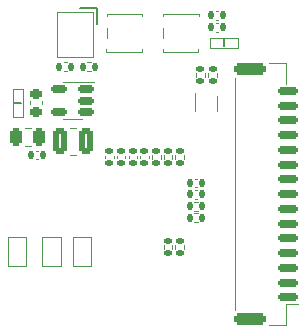
<source format=gbo>
%TF.GenerationSoftware,KiCad,Pcbnew,8.0.0-rc1*%
%TF.CreationDate,2025-03-12T12:31:09+03:00*%
%TF.ProjectId,IMX219_V2.0,494d5832-3139-45f5-9632-2e302e6b6963,rev?*%
%TF.SameCoordinates,Original*%
%TF.FileFunction,Legend,Bot*%
%TF.FilePolarity,Positive*%
%FSLAX46Y46*%
G04 Gerber Fmt 4.6, Leading zero omitted, Abs format (unit mm)*
G04 Created by KiCad (PCBNEW 8.0.0-rc1) date 2025-03-12 12:31:09*
%MOMM*%
%LPD*%
G01*
G04 APERTURE LIST*
G04 Aperture macros list*
%AMRoundRect*
0 Rectangle with rounded corners*
0 $1 Rounding radius*
0 $2 $3 $4 $5 $6 $7 $8 $9 X,Y pos of 4 corners*
0 Add a 4 corners polygon primitive as box body*
4,1,4,$2,$3,$4,$5,$6,$7,$8,$9,$2,$3,0*
0 Add four circle primitives for the rounded corners*
1,1,$1+$1,$2,$3*
1,1,$1+$1,$4,$5*
1,1,$1+$1,$6,$7*
1,1,$1+$1,$8,$9*
0 Add four rect primitives between the rounded corners*
20,1,$1+$1,$2,$3,$4,$5,0*
20,1,$1+$1,$4,$5,$6,$7,0*
20,1,$1+$1,$6,$7,$8,$9,0*
20,1,$1+$1,$8,$9,$2,$3,0*%
G04 Aperture macros list end*
%ADD10C,0.200000*%
%ADD11C,0.100000*%
%ADD12C,0.120000*%
%ADD13R,1.200000X1.400000*%
%ADD14C,4.300000*%
%ADD15C,3.600000*%
%ADD16C,0.700000*%
%ADD17R,0.850000X0.850000*%
%ADD18O,0.850000X0.850000*%
%ADD19RoundRect,0.140000X-0.170000X0.140000X-0.170000X-0.140000X0.170000X-0.140000X0.170000X0.140000X0*%
%ADD20RoundRect,0.140000X0.140000X0.170000X-0.140000X0.170000X-0.140000X-0.170000X0.140000X-0.170000X0*%
%ADD21R,0.300000X0.700000*%
%ADD22RoundRect,0.250000X0.250000X0.475000X-0.250000X0.475000X-0.250000X-0.475000X0.250000X-0.475000X0*%
%ADD23R,0.340000X0.700000*%
%ADD24R,0.700000X0.750000*%
%ADD25RoundRect,0.135000X0.185000X-0.135000X0.185000X0.135000X-0.185000X0.135000X-0.185000X-0.135000X0*%
%ADD26RoundRect,0.140000X-0.140000X-0.170000X0.140000X-0.170000X0.140000X0.170000X-0.140000X0.170000X0*%
%ADD27RoundRect,0.135000X-0.135000X-0.185000X0.135000X-0.185000X0.135000X0.185000X-0.135000X0.185000X0*%
%ADD28RoundRect,0.135000X-0.185000X0.135000X-0.185000X-0.135000X0.185000X-0.135000X0.185000X0.135000X0*%
%ADD29R,1.050000X0.600000*%
%ADD30RoundRect,0.150000X0.512500X0.150000X-0.512500X0.150000X-0.512500X-0.150000X0.512500X-0.150000X0*%
%ADD31RoundRect,0.140000X0.170000X-0.140000X0.170000X0.140000X-0.170000X0.140000X-0.170000X-0.140000X0*%
%ADD32RoundRect,0.250000X0.375000X0.850000X-0.375000X0.850000X-0.375000X-0.850000X0.375000X-0.850000X0*%
%ADD33RoundRect,0.150000X0.700000X-0.150000X0.700000X0.150000X-0.700000X0.150000X-0.700000X-0.150000X0*%
%ADD34RoundRect,0.250000X1.100000X-0.250000X1.100000X0.250000X-1.100000X0.250000X-1.100000X-0.250000X0*%
%ADD35R,0.750000X0.700000*%
%ADD36RoundRect,0.225000X0.250000X-0.225000X0.250000X0.225000X-0.250000X0.225000X-0.250000X-0.225000X0*%
G04 APERTURE END LIST*
D10*
X174645000Y-69615000D02*
X174645000Y-68265000D01*
X174645000Y-68265000D02*
X173225000Y-68265000D01*
D11*
X174345000Y-72355000D02*
X171275000Y-72355000D01*
X171275000Y-68575000D01*
X174345000Y-68575000D01*
X174345000Y-72355000D01*
D12*
X175360000Y-80937836D02*
X175360000Y-80722164D01*
X176080000Y-80937836D02*
X176080000Y-80722164D01*
X184722164Y-68480000D02*
X184937836Y-68480000D01*
X184722164Y-69200000D02*
X184937836Y-69200000D01*
D11*
X172622303Y-87636279D02*
X174190000Y-87636279D01*
X174190000Y-90090000D01*
X172622303Y-90090000D01*
X172622303Y-87636279D01*
D12*
X168538748Y-78425000D02*
X169061252Y-78425000D01*
X168538748Y-79895000D02*
X169061252Y-79895000D01*
D11*
X170022303Y-87636279D02*
X171590000Y-87636279D01*
X171590000Y-90090000D01*
X170022303Y-90090000D01*
X170022303Y-87636279D01*
D12*
X183000000Y-76940000D02*
X183000000Y-75390000D01*
X184800000Y-75640000D02*
X184800000Y-76940000D01*
D10*
X168260000Y-76250000D02*
X167660000Y-76250000D01*
D11*
X168400000Y-77440000D02*
X167530000Y-77440000D01*
X167530000Y-75070000D01*
X168400000Y-75070000D01*
X168400000Y-77440000D01*
D12*
X180300000Y-80696359D02*
X180300000Y-81003641D01*
X181060000Y-80696359D02*
X181060000Y-81003641D01*
X183157836Y-82660000D02*
X182942164Y-82660000D01*
X183157836Y-83380000D02*
X182942164Y-83380000D01*
X184722164Y-69510000D02*
X184937836Y-69510000D01*
X184722164Y-70230000D02*
X184937836Y-70230000D01*
X174123641Y-72830000D02*
X173816359Y-72830000D01*
X174123641Y-73590000D02*
X173816359Y-73590000D01*
X182942164Y-83640000D02*
X183157836Y-83640000D01*
X182942164Y-84360000D02*
X183157836Y-84360000D01*
X181300000Y-88633641D02*
X181300000Y-88326359D01*
X182060000Y-88633641D02*
X182060000Y-88326359D01*
X169697836Y-80330000D02*
X169482164Y-80330000D01*
X169697836Y-81050000D02*
X169482164Y-81050000D01*
D11*
X180255000Y-71730000D02*
X180255000Y-71950000D01*
X180265000Y-68930000D02*
X180265000Y-68700000D01*
X180285000Y-70725000D02*
X180285000Y-69895000D01*
X183255000Y-71700000D02*
X183255000Y-71950000D01*
X183255000Y-71950000D02*
X180255000Y-71950000D01*
X183265000Y-68700000D02*
X180265000Y-68700000D01*
X183265000Y-68930000D02*
X183265000Y-68700000D01*
D12*
X171790000Y-74500000D02*
X172590000Y-74500000D01*
X171790000Y-77620000D02*
X172590000Y-77620000D01*
X173390000Y-77620000D02*
X172590000Y-77620000D01*
X174390000Y-74500000D02*
X172590000Y-74500000D01*
X183223641Y-84610000D02*
X182916359Y-84610000D01*
X183223641Y-85370000D02*
X182916359Y-85370000D01*
X183020000Y-73756359D02*
X183020000Y-74063641D01*
X183780000Y-73756359D02*
X183780000Y-74063641D01*
X176360000Y-80722164D02*
X176360000Y-80937836D01*
X177080000Y-80722164D02*
X177080000Y-80937836D01*
X181310000Y-80696359D02*
X181310000Y-81003641D01*
X182070000Y-80696359D02*
X182070000Y-81003641D01*
X172388748Y-78410000D02*
X172911252Y-78410000D01*
X172388748Y-80630000D02*
X172911252Y-80630000D01*
X186390000Y-74140000D02*
X186390000Y-93820000D01*
X190660000Y-72870000D02*
X189210000Y-72870000D01*
X190660000Y-74670000D02*
X190660000Y-72870000D01*
X190660000Y-93290000D02*
X190660000Y-95090000D01*
X190660000Y-95090000D02*
X189210000Y-95090000D01*
X191650000Y-93290000D02*
X190660000Y-93290000D01*
D11*
X175470000Y-71730000D02*
X175470000Y-71950000D01*
X175480000Y-68930000D02*
X175480000Y-68700000D01*
X175500000Y-70725000D02*
X175500000Y-69895000D01*
X178470000Y-71700000D02*
X178470000Y-71950000D01*
X178470000Y-71950000D02*
X175470000Y-71950000D01*
X178480000Y-68700000D02*
X175480000Y-68700000D01*
X178480000Y-68930000D02*
X178480000Y-68700000D01*
D10*
X185395000Y-71470000D02*
X185395000Y-70870000D01*
D11*
X184205000Y-71610000D02*
X186575000Y-71610000D01*
X186575000Y-70740000D01*
X184205000Y-70740000D01*
X184205000Y-71610000D01*
D12*
X178330000Y-80722164D02*
X178330000Y-80937836D01*
X179050000Y-80722164D02*
X179050000Y-80937836D01*
X180300000Y-88633641D02*
X180300000Y-88326359D01*
X181060000Y-88633641D02*
X181060000Y-88326359D01*
X179300000Y-80993641D02*
X179300000Y-80686359D01*
X180060000Y-80993641D02*
X180060000Y-80686359D01*
D11*
X167122303Y-87636276D02*
X168690000Y-87636276D01*
X168690000Y-90089997D01*
X167122303Y-90089997D01*
X167122303Y-87636276D01*
D12*
X177350000Y-80937836D02*
X177350000Y-80722164D01*
X178070000Y-80937836D02*
X178070000Y-80722164D01*
X183223641Y-85610000D02*
X182916359Y-85610000D01*
X183223641Y-86370000D02*
X182916359Y-86370000D01*
X184100000Y-73756359D02*
X184100000Y-74063641D01*
X184860000Y-73756359D02*
X184860000Y-74063641D01*
X169010000Y-76099420D02*
X169010000Y-76380580D01*
X170030000Y-76099420D02*
X170030000Y-76380580D01*
X172143641Y-72830000D02*
X171836359Y-72830000D01*
X172143641Y-73590000D02*
X171836359Y-73590000D01*
%LPC*%
D13*
X171955000Y-69375000D03*
X171955000Y-71575000D03*
X173655000Y-71575000D03*
X173655000Y-69375000D03*
D14*
X168090000Y-97490000D03*
D15*
X179090000Y-94790000D03*
X179090000Y-74790000D03*
D14*
X168090000Y-70490000D03*
D16*
X177710000Y-83630000D03*
X177710000Y-84390000D03*
X177710000Y-85190000D03*
X177710000Y-85950000D03*
X178600000Y-83630000D03*
X178600000Y-84390000D03*
X178600000Y-85190000D03*
X178600000Y-85950000D03*
X179580000Y-83630000D03*
X179580000Y-84390000D03*
X179580000Y-85190000D03*
X179580000Y-85950000D03*
X180470000Y-83630000D03*
X180470000Y-84390000D03*
X180470000Y-85190000D03*
X180470000Y-85950000D03*
D14*
X190090000Y-97490000D03*
X190090000Y-70490000D03*
D17*
X183515000Y-98515000D03*
D18*
X184765000Y-98515000D03*
D19*
X175720000Y-80350000D03*
X175720000Y-81310000D03*
D20*
X185310000Y-68840000D03*
X184350000Y-68840000D03*
D21*
X173690000Y-89490000D03*
X173690000Y-88240000D03*
X173140000Y-88240000D03*
X173140000Y-89490000D03*
D22*
X169750000Y-79160000D03*
X167850000Y-79160000D03*
D21*
X171090000Y-89490000D03*
X171090000Y-88240000D03*
X170540000Y-88240000D03*
X170540000Y-89490000D03*
D23*
X183400000Y-75540000D03*
X183900000Y-75540000D03*
X184400000Y-75540000D03*
X184400000Y-77040000D03*
X183900000Y-77040000D03*
X183400000Y-77040000D03*
D24*
X167960000Y-75525000D03*
X167960000Y-76975000D03*
D25*
X180680000Y-81360000D03*
X180680000Y-80340000D03*
D26*
X182570000Y-83020000D03*
X183530000Y-83020000D03*
D20*
X185310000Y-69870000D03*
X184350000Y-69870000D03*
D27*
X173460000Y-73210000D03*
X174480000Y-73210000D03*
D20*
X183530000Y-84000000D03*
X182570000Y-84000000D03*
D28*
X181680000Y-87970000D03*
X181680000Y-88990000D03*
D26*
X169110000Y-80690000D03*
X170070000Y-80690000D03*
D29*
X183095000Y-69370000D03*
X183105000Y-70320000D03*
X183105000Y-71270000D03*
X180415000Y-71270000D03*
X180395000Y-69370000D03*
D30*
X173727500Y-75110000D03*
X173727500Y-76060000D03*
X173727500Y-77010000D03*
X171452500Y-77010000D03*
X171452500Y-75110000D03*
D27*
X182560000Y-84990000D03*
X183580000Y-84990000D03*
D25*
X183400000Y-74420000D03*
X183400000Y-73400000D03*
D31*
X176720000Y-81310000D03*
X176720000Y-80350000D03*
D25*
X181690000Y-81360000D03*
X181690000Y-80340000D03*
D32*
X173725000Y-79520000D03*
X171575000Y-79520000D03*
D33*
X190800000Y-92730000D03*
X190800000Y-91480000D03*
X190800000Y-90230000D03*
X190800000Y-88980000D03*
X190800000Y-87730000D03*
X190800000Y-86480000D03*
X190800000Y-85230000D03*
X190800000Y-83980000D03*
X190800000Y-82730000D03*
X190800000Y-81480000D03*
X190800000Y-80230000D03*
X190800000Y-78980000D03*
D34*
X187600000Y-94580000D03*
D33*
X190800000Y-77730000D03*
D34*
X187600000Y-73380000D03*
D33*
X190800000Y-76480000D03*
X190800000Y-75230000D03*
D29*
X178310000Y-69370000D03*
X178320000Y-70320000D03*
X178320000Y-71270000D03*
X175630000Y-71270000D03*
X175610000Y-69370000D03*
D35*
X186120000Y-71170000D03*
X184670000Y-71170000D03*
D31*
X178690000Y-81310000D03*
X178690000Y-80350000D03*
D28*
X180680000Y-87970000D03*
X180680000Y-88990000D03*
X179680000Y-80330000D03*
X179680000Y-81350000D03*
D21*
X168190000Y-89489997D03*
X168190000Y-88239997D03*
X167640000Y-88239997D03*
X167640000Y-89489997D03*
D19*
X177710000Y-80350000D03*
X177710000Y-81310000D03*
D27*
X182560000Y-85990000D03*
X183580000Y-85990000D03*
D25*
X184480000Y-74420000D03*
X184480000Y-73400000D03*
D36*
X169520000Y-77015000D03*
X169520000Y-75465000D03*
D27*
X171480000Y-73210000D03*
X172500000Y-73210000D03*
%LPD*%
M02*

</source>
